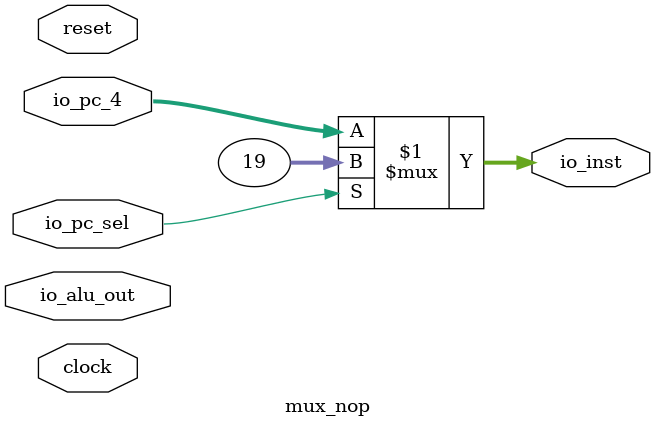
<source format=v>
module mux_nop(
  input         clock,
  input         reset,
  input  [31:0] io_pc_4,
  input  [31:0] io_alu_out,
  input         io_pc_sel,
  output [31:0] io_inst
);
  assign io_inst = io_pc_sel ? 32'h13 : io_pc_4; // @[mux_nop.scala 21:17]
endmodule

</source>
